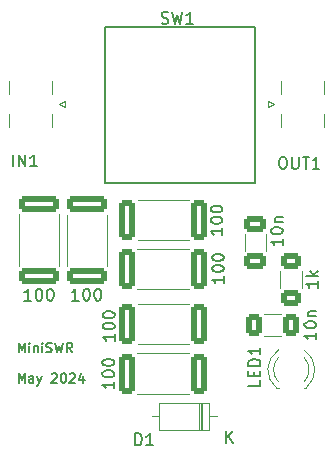
<source format=gbr>
%TF.GenerationSoftware,KiCad,Pcbnew,8.99.0-unknown-8e286d44fc~178~ubuntu22.04.1*%
%TF.CreationDate,2024-05-21T21:22:49+05:30*%
%TF.ProjectId,MiniSWR-Interface,4d696e69-5357-4522-9d49-6e7465726661,rev?*%
%TF.SameCoordinates,Original*%
%TF.FileFunction,Legend,Top*%
%TF.FilePolarity,Positive*%
%FSLAX46Y46*%
G04 Gerber Fmt 4.6, Leading zero omitted, Abs format (unit mm)*
G04 Created by KiCad (PCBNEW 8.99.0-unknown-8e286d44fc~178~ubuntu22.04.1) date 2024-05-21 21:22:49*
%MOMM*%
%LPD*%
G01*
G04 APERTURE LIST*
G04 Aperture macros list*
%AMRoundRect*
0 Rectangle with rounded corners*
0 $1 Rounding radius*
0 $2 $3 $4 $5 $6 $7 $8 $9 X,Y pos of 4 corners*
0 Add a 4 corners polygon primitive as box body*
4,1,4,$2,$3,$4,$5,$6,$7,$8,$9,$2,$3,0*
0 Add four circle primitives for the rounded corners*
1,1,$1+$1,$2,$3*
1,1,$1+$1,$4,$5*
1,1,$1+$1,$6,$7*
1,1,$1+$1,$8,$9*
0 Add four rect primitives between the rounded corners*
20,1,$1+$1,$2,$3,$4,$5,0*
20,1,$1+$1,$4,$5,$6,$7,0*
20,1,$1+$1,$6,$7,$8,$9,0*
20,1,$1+$1,$8,$9,$2,$3,0*%
G04 Aperture macros list end*
%ADD10C,0.200000*%
%ADD11C,0.150000*%
%ADD12C,0.120000*%
%ADD13C,0.127000*%
%ADD14RoundRect,0.250000X-0.650000X0.412500X-0.650000X-0.412500X0.650000X-0.412500X0.650000X0.412500X0*%
%ADD15C,0.700000*%
%ADD16C,4.400000*%
%ADD17R,1.600000X1.600000*%
%ADD18O,1.600000X1.600000*%
%ADD19C,3.000000*%
%ADD20RoundRect,0.249999X-0.450001X-1.425001X0.450001X-1.425001X0.450001X1.425001X-0.450001X1.425001X0*%
%ADD21RoundRect,0.249999X0.450001X1.425001X-0.450001X1.425001X-0.450001X-1.425001X0.450001X-1.425001X0*%
%ADD22RoundRect,0.249999X1.425001X-0.450001X1.425001X0.450001X-1.425001X0.450001X-1.425001X-0.450001X0*%
%ADD23R,3.600000X1.270000*%
%ADD24R,4.200000X1.350000*%
%ADD25RoundRect,0.250000X0.412500X0.650000X-0.412500X0.650000X-0.412500X-0.650000X0.412500X-0.650000X0*%
%ADD26R,1.800000X1.800000*%
%ADD27C,1.800000*%
%ADD28RoundRect,0.250000X0.625000X-0.400000X0.625000X0.400000X-0.625000X0.400000X-0.625000X-0.400000X0*%
G04 APERTURE END LIST*
D10*
X119292054Y-95645785D02*
X119292054Y-94845785D01*
X119292054Y-94845785D02*
X119558720Y-95417213D01*
X119558720Y-95417213D02*
X119825387Y-94845785D01*
X119825387Y-94845785D02*
X119825387Y-95645785D01*
X120206340Y-95645785D02*
X120206340Y-95112451D01*
X120206340Y-94845785D02*
X120168244Y-94883880D01*
X120168244Y-94883880D02*
X120206340Y-94921975D01*
X120206340Y-94921975D02*
X120244435Y-94883880D01*
X120244435Y-94883880D02*
X120206340Y-94845785D01*
X120206340Y-94845785D02*
X120206340Y-94921975D01*
X120587292Y-95112451D02*
X120587292Y-95645785D01*
X120587292Y-95188642D02*
X120625387Y-95150547D01*
X120625387Y-95150547D02*
X120701577Y-95112451D01*
X120701577Y-95112451D02*
X120815863Y-95112451D01*
X120815863Y-95112451D02*
X120892054Y-95150547D01*
X120892054Y-95150547D02*
X120930149Y-95226737D01*
X120930149Y-95226737D02*
X120930149Y-95645785D01*
X121311102Y-95645785D02*
X121311102Y-95112451D01*
X121311102Y-94845785D02*
X121273006Y-94883880D01*
X121273006Y-94883880D02*
X121311102Y-94921975D01*
X121311102Y-94921975D02*
X121349197Y-94883880D01*
X121349197Y-94883880D02*
X121311102Y-94845785D01*
X121311102Y-94845785D02*
X121311102Y-94921975D01*
X121653958Y-95607690D02*
X121768244Y-95645785D01*
X121768244Y-95645785D02*
X121958720Y-95645785D01*
X121958720Y-95645785D02*
X122034911Y-95607690D01*
X122034911Y-95607690D02*
X122073006Y-95569594D01*
X122073006Y-95569594D02*
X122111101Y-95493404D01*
X122111101Y-95493404D02*
X122111101Y-95417213D01*
X122111101Y-95417213D02*
X122073006Y-95341023D01*
X122073006Y-95341023D02*
X122034911Y-95302928D01*
X122034911Y-95302928D02*
X121958720Y-95264832D01*
X121958720Y-95264832D02*
X121806339Y-95226737D01*
X121806339Y-95226737D02*
X121730149Y-95188642D01*
X121730149Y-95188642D02*
X121692054Y-95150547D01*
X121692054Y-95150547D02*
X121653958Y-95074356D01*
X121653958Y-95074356D02*
X121653958Y-94998166D01*
X121653958Y-94998166D02*
X121692054Y-94921975D01*
X121692054Y-94921975D02*
X121730149Y-94883880D01*
X121730149Y-94883880D02*
X121806339Y-94845785D01*
X121806339Y-94845785D02*
X121996816Y-94845785D01*
X121996816Y-94845785D02*
X122111101Y-94883880D01*
X122377768Y-94845785D02*
X122568244Y-95645785D01*
X122568244Y-95645785D02*
X122720625Y-95074356D01*
X122720625Y-95074356D02*
X122873006Y-95645785D01*
X122873006Y-95645785D02*
X123063483Y-94845785D01*
X123825388Y-95645785D02*
X123558721Y-95264832D01*
X123368245Y-95645785D02*
X123368245Y-94845785D01*
X123368245Y-94845785D02*
X123673007Y-94845785D01*
X123673007Y-94845785D02*
X123749197Y-94883880D01*
X123749197Y-94883880D02*
X123787292Y-94921975D01*
X123787292Y-94921975D02*
X123825388Y-94998166D01*
X123825388Y-94998166D02*
X123825388Y-95112451D01*
X123825388Y-95112451D02*
X123787292Y-95188642D01*
X123787292Y-95188642D02*
X123749197Y-95226737D01*
X123749197Y-95226737D02*
X123673007Y-95264832D01*
X123673007Y-95264832D02*
X123368245Y-95264832D01*
X119292054Y-98221695D02*
X119292054Y-97421695D01*
X119292054Y-97421695D02*
X119558720Y-97993123D01*
X119558720Y-97993123D02*
X119825387Y-97421695D01*
X119825387Y-97421695D02*
X119825387Y-98221695D01*
X120549197Y-98221695D02*
X120549197Y-97802647D01*
X120549197Y-97802647D02*
X120511102Y-97726457D01*
X120511102Y-97726457D02*
X120434911Y-97688361D01*
X120434911Y-97688361D02*
X120282530Y-97688361D01*
X120282530Y-97688361D02*
X120206340Y-97726457D01*
X120549197Y-98183600D02*
X120473006Y-98221695D01*
X120473006Y-98221695D02*
X120282530Y-98221695D01*
X120282530Y-98221695D02*
X120206340Y-98183600D01*
X120206340Y-98183600D02*
X120168244Y-98107409D01*
X120168244Y-98107409D02*
X120168244Y-98031219D01*
X120168244Y-98031219D02*
X120206340Y-97955028D01*
X120206340Y-97955028D02*
X120282530Y-97916933D01*
X120282530Y-97916933D02*
X120473006Y-97916933D01*
X120473006Y-97916933D02*
X120549197Y-97878838D01*
X120853959Y-97688361D02*
X121044435Y-98221695D01*
X121234912Y-97688361D02*
X121044435Y-98221695D01*
X121044435Y-98221695D02*
X120968245Y-98412171D01*
X120968245Y-98412171D02*
X120930150Y-98450266D01*
X120930150Y-98450266D02*
X120853959Y-98488361D01*
X122111102Y-97497885D02*
X122149198Y-97459790D01*
X122149198Y-97459790D02*
X122225388Y-97421695D01*
X122225388Y-97421695D02*
X122415864Y-97421695D01*
X122415864Y-97421695D02*
X122492055Y-97459790D01*
X122492055Y-97459790D02*
X122530150Y-97497885D01*
X122530150Y-97497885D02*
X122568245Y-97574076D01*
X122568245Y-97574076D02*
X122568245Y-97650266D01*
X122568245Y-97650266D02*
X122530150Y-97764552D01*
X122530150Y-97764552D02*
X122073007Y-98221695D01*
X122073007Y-98221695D02*
X122568245Y-98221695D01*
X123063484Y-97421695D02*
X123139674Y-97421695D01*
X123139674Y-97421695D02*
X123215865Y-97459790D01*
X123215865Y-97459790D02*
X123253960Y-97497885D01*
X123253960Y-97497885D02*
X123292055Y-97574076D01*
X123292055Y-97574076D02*
X123330150Y-97726457D01*
X123330150Y-97726457D02*
X123330150Y-97916933D01*
X123330150Y-97916933D02*
X123292055Y-98069314D01*
X123292055Y-98069314D02*
X123253960Y-98145504D01*
X123253960Y-98145504D02*
X123215865Y-98183600D01*
X123215865Y-98183600D02*
X123139674Y-98221695D01*
X123139674Y-98221695D02*
X123063484Y-98221695D01*
X123063484Y-98221695D02*
X122987293Y-98183600D01*
X122987293Y-98183600D02*
X122949198Y-98145504D01*
X122949198Y-98145504D02*
X122911103Y-98069314D01*
X122911103Y-98069314D02*
X122873007Y-97916933D01*
X122873007Y-97916933D02*
X122873007Y-97726457D01*
X122873007Y-97726457D02*
X122911103Y-97574076D01*
X122911103Y-97574076D02*
X122949198Y-97497885D01*
X122949198Y-97497885D02*
X122987293Y-97459790D01*
X122987293Y-97459790D02*
X123063484Y-97421695D01*
X123634912Y-97497885D02*
X123673008Y-97459790D01*
X123673008Y-97459790D02*
X123749198Y-97421695D01*
X123749198Y-97421695D02*
X123939674Y-97421695D01*
X123939674Y-97421695D02*
X124015865Y-97459790D01*
X124015865Y-97459790D02*
X124053960Y-97497885D01*
X124053960Y-97497885D02*
X124092055Y-97574076D01*
X124092055Y-97574076D02*
X124092055Y-97650266D01*
X124092055Y-97650266D02*
X124053960Y-97764552D01*
X124053960Y-97764552D02*
X123596817Y-98221695D01*
X123596817Y-98221695D02*
X124092055Y-98221695D01*
X124777770Y-97688361D02*
X124777770Y-98221695D01*
X124587294Y-97383600D02*
X124396817Y-97955028D01*
X124396817Y-97955028D02*
X124892056Y-97955028D01*
D11*
X141654819Y-86022857D02*
X141654819Y-86594285D01*
X141654819Y-86308571D02*
X140654819Y-86308571D01*
X140654819Y-86308571D02*
X140797676Y-86403809D01*
X140797676Y-86403809D02*
X140892914Y-86499047D01*
X140892914Y-86499047D02*
X140940533Y-86594285D01*
X140654819Y-85403809D02*
X140654819Y-85308571D01*
X140654819Y-85308571D02*
X140702438Y-85213333D01*
X140702438Y-85213333D02*
X140750057Y-85165714D01*
X140750057Y-85165714D02*
X140845295Y-85118095D01*
X140845295Y-85118095D02*
X141035771Y-85070476D01*
X141035771Y-85070476D02*
X141273866Y-85070476D01*
X141273866Y-85070476D02*
X141464342Y-85118095D01*
X141464342Y-85118095D02*
X141559580Y-85165714D01*
X141559580Y-85165714D02*
X141607200Y-85213333D01*
X141607200Y-85213333D02*
X141654819Y-85308571D01*
X141654819Y-85308571D02*
X141654819Y-85403809D01*
X141654819Y-85403809D02*
X141607200Y-85499047D01*
X141607200Y-85499047D02*
X141559580Y-85546666D01*
X141559580Y-85546666D02*
X141464342Y-85594285D01*
X141464342Y-85594285D02*
X141273866Y-85641904D01*
X141273866Y-85641904D02*
X141035771Y-85641904D01*
X141035771Y-85641904D02*
X140845295Y-85594285D01*
X140845295Y-85594285D02*
X140750057Y-85546666D01*
X140750057Y-85546666D02*
X140702438Y-85499047D01*
X140702438Y-85499047D02*
X140654819Y-85403809D01*
X140988152Y-84641904D02*
X141654819Y-84641904D01*
X141083390Y-84641904D02*
X141035771Y-84594285D01*
X141035771Y-84594285D02*
X140988152Y-84499047D01*
X140988152Y-84499047D02*
X140988152Y-84356190D01*
X140988152Y-84356190D02*
X141035771Y-84260952D01*
X141035771Y-84260952D02*
X141131009Y-84213333D01*
X141131009Y-84213333D02*
X141654819Y-84213333D01*
X129155889Y-103514819D02*
X129155889Y-102514819D01*
X129155889Y-102514819D02*
X129393984Y-102514819D01*
X129393984Y-102514819D02*
X129536841Y-102562438D01*
X129536841Y-102562438D02*
X129632079Y-102657676D01*
X129632079Y-102657676D02*
X129679698Y-102752914D01*
X129679698Y-102752914D02*
X129727317Y-102943390D01*
X129727317Y-102943390D02*
X129727317Y-103086247D01*
X129727317Y-103086247D02*
X129679698Y-103276723D01*
X129679698Y-103276723D02*
X129632079Y-103371961D01*
X129632079Y-103371961D02*
X129536841Y-103467200D01*
X129536841Y-103467200D02*
X129393984Y-103514819D01*
X129393984Y-103514819D02*
X129155889Y-103514819D01*
X130679698Y-103514819D02*
X130108270Y-103514819D01*
X130393984Y-103514819D02*
X130393984Y-102514819D01*
X130393984Y-102514819D02*
X130298746Y-102657676D01*
X130298746Y-102657676D02*
X130203508Y-102752914D01*
X130203508Y-102752914D02*
X130108270Y-102800533D01*
X136872079Y-103324819D02*
X136872079Y-102324819D01*
X137443507Y-103324819D02*
X137014936Y-102753390D01*
X137443507Y-102324819D02*
X136872079Y-102896247D01*
X131396667Y-67777200D02*
X131539524Y-67824819D01*
X131539524Y-67824819D02*
X131777619Y-67824819D01*
X131777619Y-67824819D02*
X131872857Y-67777200D01*
X131872857Y-67777200D02*
X131920476Y-67729580D01*
X131920476Y-67729580D02*
X131968095Y-67634342D01*
X131968095Y-67634342D02*
X131968095Y-67539104D01*
X131968095Y-67539104D02*
X131920476Y-67443866D01*
X131920476Y-67443866D02*
X131872857Y-67396247D01*
X131872857Y-67396247D02*
X131777619Y-67348628D01*
X131777619Y-67348628D02*
X131587143Y-67301009D01*
X131587143Y-67301009D02*
X131491905Y-67253390D01*
X131491905Y-67253390D02*
X131444286Y-67205771D01*
X131444286Y-67205771D02*
X131396667Y-67110533D01*
X131396667Y-67110533D02*
X131396667Y-67015295D01*
X131396667Y-67015295D02*
X131444286Y-66920057D01*
X131444286Y-66920057D02*
X131491905Y-66872438D01*
X131491905Y-66872438D02*
X131587143Y-66824819D01*
X131587143Y-66824819D02*
X131825238Y-66824819D01*
X131825238Y-66824819D02*
X131968095Y-66872438D01*
X132301429Y-66824819D02*
X132539524Y-67824819D01*
X132539524Y-67824819D02*
X132730000Y-67110533D01*
X132730000Y-67110533D02*
X132920476Y-67824819D01*
X132920476Y-67824819D02*
X133158572Y-66824819D01*
X134063333Y-67824819D02*
X133491905Y-67824819D01*
X133777619Y-67824819D02*
X133777619Y-66824819D01*
X133777619Y-66824819D02*
X133682381Y-66967676D01*
X133682381Y-66967676D02*
X133587143Y-67062914D01*
X133587143Y-67062914D02*
X133491905Y-67110533D01*
X136664819Y-89226666D02*
X136664819Y-89798094D01*
X136664819Y-89512380D02*
X135664819Y-89512380D01*
X135664819Y-89512380D02*
X135807676Y-89607618D01*
X135807676Y-89607618D02*
X135902914Y-89702856D01*
X135902914Y-89702856D02*
X135950533Y-89798094D01*
X135664819Y-88607618D02*
X135664819Y-88512380D01*
X135664819Y-88512380D02*
X135712438Y-88417142D01*
X135712438Y-88417142D02*
X135760057Y-88369523D01*
X135760057Y-88369523D02*
X135855295Y-88321904D01*
X135855295Y-88321904D02*
X136045771Y-88274285D01*
X136045771Y-88274285D02*
X136283866Y-88274285D01*
X136283866Y-88274285D02*
X136474342Y-88321904D01*
X136474342Y-88321904D02*
X136569580Y-88369523D01*
X136569580Y-88369523D02*
X136617200Y-88417142D01*
X136617200Y-88417142D02*
X136664819Y-88512380D01*
X136664819Y-88512380D02*
X136664819Y-88607618D01*
X136664819Y-88607618D02*
X136617200Y-88702856D01*
X136617200Y-88702856D02*
X136569580Y-88750475D01*
X136569580Y-88750475D02*
X136474342Y-88798094D01*
X136474342Y-88798094D02*
X136283866Y-88845713D01*
X136283866Y-88845713D02*
X136045771Y-88845713D01*
X136045771Y-88845713D02*
X135855295Y-88798094D01*
X135855295Y-88798094D02*
X135760057Y-88750475D01*
X135760057Y-88750475D02*
X135712438Y-88702856D01*
X135712438Y-88702856D02*
X135664819Y-88607618D01*
X135664819Y-87655237D02*
X135664819Y-87559999D01*
X135664819Y-87559999D02*
X135712438Y-87464761D01*
X135712438Y-87464761D02*
X135760057Y-87417142D01*
X135760057Y-87417142D02*
X135855295Y-87369523D01*
X135855295Y-87369523D02*
X136045771Y-87321904D01*
X136045771Y-87321904D02*
X136283866Y-87321904D01*
X136283866Y-87321904D02*
X136474342Y-87369523D01*
X136474342Y-87369523D02*
X136569580Y-87417142D01*
X136569580Y-87417142D02*
X136617200Y-87464761D01*
X136617200Y-87464761D02*
X136664819Y-87559999D01*
X136664819Y-87559999D02*
X136664819Y-87655237D01*
X136664819Y-87655237D02*
X136617200Y-87750475D01*
X136617200Y-87750475D02*
X136569580Y-87798094D01*
X136569580Y-87798094D02*
X136474342Y-87845713D01*
X136474342Y-87845713D02*
X136283866Y-87893332D01*
X136283866Y-87893332D02*
X136045771Y-87893332D01*
X136045771Y-87893332D02*
X135855295Y-87845713D01*
X135855295Y-87845713D02*
X135760057Y-87798094D01*
X135760057Y-87798094D02*
X135712438Y-87750475D01*
X135712438Y-87750475D02*
X135664819Y-87655237D01*
X136554819Y-85126666D02*
X136554819Y-85698094D01*
X136554819Y-85412380D02*
X135554819Y-85412380D01*
X135554819Y-85412380D02*
X135697676Y-85507618D01*
X135697676Y-85507618D02*
X135792914Y-85602856D01*
X135792914Y-85602856D02*
X135840533Y-85698094D01*
X135554819Y-84507618D02*
X135554819Y-84412380D01*
X135554819Y-84412380D02*
X135602438Y-84317142D01*
X135602438Y-84317142D02*
X135650057Y-84269523D01*
X135650057Y-84269523D02*
X135745295Y-84221904D01*
X135745295Y-84221904D02*
X135935771Y-84174285D01*
X135935771Y-84174285D02*
X136173866Y-84174285D01*
X136173866Y-84174285D02*
X136364342Y-84221904D01*
X136364342Y-84221904D02*
X136459580Y-84269523D01*
X136459580Y-84269523D02*
X136507200Y-84317142D01*
X136507200Y-84317142D02*
X136554819Y-84412380D01*
X136554819Y-84412380D02*
X136554819Y-84507618D01*
X136554819Y-84507618D02*
X136507200Y-84602856D01*
X136507200Y-84602856D02*
X136459580Y-84650475D01*
X136459580Y-84650475D02*
X136364342Y-84698094D01*
X136364342Y-84698094D02*
X136173866Y-84745713D01*
X136173866Y-84745713D02*
X135935771Y-84745713D01*
X135935771Y-84745713D02*
X135745295Y-84698094D01*
X135745295Y-84698094D02*
X135650057Y-84650475D01*
X135650057Y-84650475D02*
X135602438Y-84602856D01*
X135602438Y-84602856D02*
X135554819Y-84507618D01*
X135554819Y-83555237D02*
X135554819Y-83459999D01*
X135554819Y-83459999D02*
X135602438Y-83364761D01*
X135602438Y-83364761D02*
X135650057Y-83317142D01*
X135650057Y-83317142D02*
X135745295Y-83269523D01*
X135745295Y-83269523D02*
X135935771Y-83221904D01*
X135935771Y-83221904D02*
X136173866Y-83221904D01*
X136173866Y-83221904D02*
X136364342Y-83269523D01*
X136364342Y-83269523D02*
X136459580Y-83317142D01*
X136459580Y-83317142D02*
X136507200Y-83364761D01*
X136507200Y-83364761D02*
X136554819Y-83459999D01*
X136554819Y-83459999D02*
X136554819Y-83555237D01*
X136554819Y-83555237D02*
X136507200Y-83650475D01*
X136507200Y-83650475D02*
X136459580Y-83698094D01*
X136459580Y-83698094D02*
X136364342Y-83745713D01*
X136364342Y-83745713D02*
X136173866Y-83793332D01*
X136173866Y-83793332D02*
X135935771Y-83793332D01*
X135935771Y-83793332D02*
X135745295Y-83745713D01*
X135745295Y-83745713D02*
X135650057Y-83698094D01*
X135650057Y-83698094D02*
X135602438Y-83650475D01*
X135602438Y-83650475D02*
X135554819Y-83555237D01*
X127384819Y-98136666D02*
X127384819Y-98708094D01*
X127384819Y-98422380D02*
X126384819Y-98422380D01*
X126384819Y-98422380D02*
X126527676Y-98517618D01*
X126527676Y-98517618D02*
X126622914Y-98612856D01*
X126622914Y-98612856D02*
X126670533Y-98708094D01*
X126384819Y-97517618D02*
X126384819Y-97422380D01*
X126384819Y-97422380D02*
X126432438Y-97327142D01*
X126432438Y-97327142D02*
X126480057Y-97279523D01*
X126480057Y-97279523D02*
X126575295Y-97231904D01*
X126575295Y-97231904D02*
X126765771Y-97184285D01*
X126765771Y-97184285D02*
X127003866Y-97184285D01*
X127003866Y-97184285D02*
X127194342Y-97231904D01*
X127194342Y-97231904D02*
X127289580Y-97279523D01*
X127289580Y-97279523D02*
X127337200Y-97327142D01*
X127337200Y-97327142D02*
X127384819Y-97422380D01*
X127384819Y-97422380D02*
X127384819Y-97517618D01*
X127384819Y-97517618D02*
X127337200Y-97612856D01*
X127337200Y-97612856D02*
X127289580Y-97660475D01*
X127289580Y-97660475D02*
X127194342Y-97708094D01*
X127194342Y-97708094D02*
X127003866Y-97755713D01*
X127003866Y-97755713D02*
X126765771Y-97755713D01*
X126765771Y-97755713D02*
X126575295Y-97708094D01*
X126575295Y-97708094D02*
X126480057Y-97660475D01*
X126480057Y-97660475D02*
X126432438Y-97612856D01*
X126432438Y-97612856D02*
X126384819Y-97517618D01*
X126384819Y-96565237D02*
X126384819Y-96469999D01*
X126384819Y-96469999D02*
X126432438Y-96374761D01*
X126432438Y-96374761D02*
X126480057Y-96327142D01*
X126480057Y-96327142D02*
X126575295Y-96279523D01*
X126575295Y-96279523D02*
X126765771Y-96231904D01*
X126765771Y-96231904D02*
X127003866Y-96231904D01*
X127003866Y-96231904D02*
X127194342Y-96279523D01*
X127194342Y-96279523D02*
X127289580Y-96327142D01*
X127289580Y-96327142D02*
X127337200Y-96374761D01*
X127337200Y-96374761D02*
X127384819Y-96469999D01*
X127384819Y-96469999D02*
X127384819Y-96565237D01*
X127384819Y-96565237D02*
X127337200Y-96660475D01*
X127337200Y-96660475D02*
X127289580Y-96708094D01*
X127289580Y-96708094D02*
X127194342Y-96755713D01*
X127194342Y-96755713D02*
X127003866Y-96803332D01*
X127003866Y-96803332D02*
X126765771Y-96803332D01*
X126765771Y-96803332D02*
X126575295Y-96755713D01*
X126575295Y-96755713D02*
X126480057Y-96708094D01*
X126480057Y-96708094D02*
X126432438Y-96660475D01*
X126432438Y-96660475D02*
X126384819Y-96565237D01*
X124383333Y-91264819D02*
X123811905Y-91264819D01*
X124097619Y-91264819D02*
X124097619Y-90264819D01*
X124097619Y-90264819D02*
X124002381Y-90407676D01*
X124002381Y-90407676D02*
X123907143Y-90502914D01*
X123907143Y-90502914D02*
X123811905Y-90550533D01*
X125002381Y-90264819D02*
X125097619Y-90264819D01*
X125097619Y-90264819D02*
X125192857Y-90312438D01*
X125192857Y-90312438D02*
X125240476Y-90360057D01*
X125240476Y-90360057D02*
X125288095Y-90455295D01*
X125288095Y-90455295D02*
X125335714Y-90645771D01*
X125335714Y-90645771D02*
X125335714Y-90883866D01*
X125335714Y-90883866D02*
X125288095Y-91074342D01*
X125288095Y-91074342D02*
X125240476Y-91169580D01*
X125240476Y-91169580D02*
X125192857Y-91217200D01*
X125192857Y-91217200D02*
X125097619Y-91264819D01*
X125097619Y-91264819D02*
X125002381Y-91264819D01*
X125002381Y-91264819D02*
X124907143Y-91217200D01*
X124907143Y-91217200D02*
X124859524Y-91169580D01*
X124859524Y-91169580D02*
X124811905Y-91074342D01*
X124811905Y-91074342D02*
X124764286Y-90883866D01*
X124764286Y-90883866D02*
X124764286Y-90645771D01*
X124764286Y-90645771D02*
X124811905Y-90455295D01*
X124811905Y-90455295D02*
X124859524Y-90360057D01*
X124859524Y-90360057D02*
X124907143Y-90312438D01*
X124907143Y-90312438D02*
X125002381Y-90264819D01*
X125954762Y-90264819D02*
X126050000Y-90264819D01*
X126050000Y-90264819D02*
X126145238Y-90312438D01*
X126145238Y-90312438D02*
X126192857Y-90360057D01*
X126192857Y-90360057D02*
X126240476Y-90455295D01*
X126240476Y-90455295D02*
X126288095Y-90645771D01*
X126288095Y-90645771D02*
X126288095Y-90883866D01*
X126288095Y-90883866D02*
X126240476Y-91074342D01*
X126240476Y-91074342D02*
X126192857Y-91169580D01*
X126192857Y-91169580D02*
X126145238Y-91217200D01*
X126145238Y-91217200D02*
X126050000Y-91264819D01*
X126050000Y-91264819D02*
X125954762Y-91264819D01*
X125954762Y-91264819D02*
X125859524Y-91217200D01*
X125859524Y-91217200D02*
X125811905Y-91169580D01*
X125811905Y-91169580D02*
X125764286Y-91074342D01*
X125764286Y-91074342D02*
X125716667Y-90883866D01*
X125716667Y-90883866D02*
X125716667Y-90645771D01*
X125716667Y-90645771D02*
X125764286Y-90455295D01*
X125764286Y-90455295D02*
X125811905Y-90360057D01*
X125811905Y-90360057D02*
X125859524Y-90312438D01*
X125859524Y-90312438D02*
X125954762Y-90264819D01*
X141573809Y-79104819D02*
X141764285Y-79104819D01*
X141764285Y-79104819D02*
X141859523Y-79152438D01*
X141859523Y-79152438D02*
X141954761Y-79247676D01*
X141954761Y-79247676D02*
X142002380Y-79438152D01*
X142002380Y-79438152D02*
X142002380Y-79771485D01*
X142002380Y-79771485D02*
X141954761Y-79961961D01*
X141954761Y-79961961D02*
X141859523Y-80057200D01*
X141859523Y-80057200D02*
X141764285Y-80104819D01*
X141764285Y-80104819D02*
X141573809Y-80104819D01*
X141573809Y-80104819D02*
X141478571Y-80057200D01*
X141478571Y-80057200D02*
X141383333Y-79961961D01*
X141383333Y-79961961D02*
X141335714Y-79771485D01*
X141335714Y-79771485D02*
X141335714Y-79438152D01*
X141335714Y-79438152D02*
X141383333Y-79247676D01*
X141383333Y-79247676D02*
X141478571Y-79152438D01*
X141478571Y-79152438D02*
X141573809Y-79104819D01*
X142430952Y-79104819D02*
X142430952Y-79914342D01*
X142430952Y-79914342D02*
X142478571Y-80009580D01*
X142478571Y-80009580D02*
X142526190Y-80057200D01*
X142526190Y-80057200D02*
X142621428Y-80104819D01*
X142621428Y-80104819D02*
X142811904Y-80104819D01*
X142811904Y-80104819D02*
X142907142Y-80057200D01*
X142907142Y-80057200D02*
X142954761Y-80009580D01*
X142954761Y-80009580D02*
X143002380Y-79914342D01*
X143002380Y-79914342D02*
X143002380Y-79104819D01*
X143335714Y-79104819D02*
X143907142Y-79104819D01*
X143621428Y-80104819D02*
X143621428Y-79104819D01*
X144764285Y-80104819D02*
X144192857Y-80104819D01*
X144478571Y-80104819D02*
X144478571Y-79104819D01*
X144478571Y-79104819D02*
X144383333Y-79247676D01*
X144383333Y-79247676D02*
X144288095Y-79342914D01*
X144288095Y-79342914D02*
X144192857Y-79390533D01*
X144494819Y-93982857D02*
X144494819Y-94554285D01*
X144494819Y-94268571D02*
X143494819Y-94268571D01*
X143494819Y-94268571D02*
X143637676Y-94363809D01*
X143637676Y-94363809D02*
X143732914Y-94459047D01*
X143732914Y-94459047D02*
X143780533Y-94554285D01*
X143494819Y-93363809D02*
X143494819Y-93268571D01*
X143494819Y-93268571D02*
X143542438Y-93173333D01*
X143542438Y-93173333D02*
X143590057Y-93125714D01*
X143590057Y-93125714D02*
X143685295Y-93078095D01*
X143685295Y-93078095D02*
X143875771Y-93030476D01*
X143875771Y-93030476D02*
X144113866Y-93030476D01*
X144113866Y-93030476D02*
X144304342Y-93078095D01*
X144304342Y-93078095D02*
X144399580Y-93125714D01*
X144399580Y-93125714D02*
X144447200Y-93173333D01*
X144447200Y-93173333D02*
X144494819Y-93268571D01*
X144494819Y-93268571D02*
X144494819Y-93363809D01*
X144494819Y-93363809D02*
X144447200Y-93459047D01*
X144447200Y-93459047D02*
X144399580Y-93506666D01*
X144399580Y-93506666D02*
X144304342Y-93554285D01*
X144304342Y-93554285D02*
X144113866Y-93601904D01*
X144113866Y-93601904D02*
X143875771Y-93601904D01*
X143875771Y-93601904D02*
X143685295Y-93554285D01*
X143685295Y-93554285D02*
X143590057Y-93506666D01*
X143590057Y-93506666D02*
X143542438Y-93459047D01*
X143542438Y-93459047D02*
X143494819Y-93363809D01*
X143828152Y-92601904D02*
X144494819Y-92601904D01*
X143923390Y-92601904D02*
X143875771Y-92554285D01*
X143875771Y-92554285D02*
X143828152Y-92459047D01*
X143828152Y-92459047D02*
X143828152Y-92316190D01*
X143828152Y-92316190D02*
X143875771Y-92220952D01*
X143875771Y-92220952D02*
X143971009Y-92173333D01*
X143971009Y-92173333D02*
X144494819Y-92173333D01*
X139754819Y-98019047D02*
X139754819Y-98495237D01*
X139754819Y-98495237D02*
X138754819Y-98495237D01*
X139231009Y-97685713D02*
X139231009Y-97352380D01*
X139754819Y-97209523D02*
X139754819Y-97685713D01*
X139754819Y-97685713D02*
X138754819Y-97685713D01*
X138754819Y-97685713D02*
X138754819Y-97209523D01*
X139754819Y-96780951D02*
X138754819Y-96780951D01*
X138754819Y-96780951D02*
X138754819Y-96542856D01*
X138754819Y-96542856D02*
X138802438Y-96399999D01*
X138802438Y-96399999D02*
X138897676Y-96304761D01*
X138897676Y-96304761D02*
X138992914Y-96257142D01*
X138992914Y-96257142D02*
X139183390Y-96209523D01*
X139183390Y-96209523D02*
X139326247Y-96209523D01*
X139326247Y-96209523D02*
X139516723Y-96257142D01*
X139516723Y-96257142D02*
X139611961Y-96304761D01*
X139611961Y-96304761D02*
X139707200Y-96399999D01*
X139707200Y-96399999D02*
X139754819Y-96542856D01*
X139754819Y-96542856D02*
X139754819Y-96780951D01*
X139754819Y-95257142D02*
X139754819Y-95828570D01*
X139754819Y-95542856D02*
X138754819Y-95542856D01*
X138754819Y-95542856D02*
X138897676Y-95638094D01*
X138897676Y-95638094D02*
X138992914Y-95733332D01*
X138992914Y-95733332D02*
X139040533Y-95828570D01*
X127414819Y-94096666D02*
X127414819Y-94668094D01*
X127414819Y-94382380D02*
X126414819Y-94382380D01*
X126414819Y-94382380D02*
X126557676Y-94477618D01*
X126557676Y-94477618D02*
X126652914Y-94572856D01*
X126652914Y-94572856D02*
X126700533Y-94668094D01*
X126414819Y-93477618D02*
X126414819Y-93382380D01*
X126414819Y-93382380D02*
X126462438Y-93287142D01*
X126462438Y-93287142D02*
X126510057Y-93239523D01*
X126510057Y-93239523D02*
X126605295Y-93191904D01*
X126605295Y-93191904D02*
X126795771Y-93144285D01*
X126795771Y-93144285D02*
X127033866Y-93144285D01*
X127033866Y-93144285D02*
X127224342Y-93191904D01*
X127224342Y-93191904D02*
X127319580Y-93239523D01*
X127319580Y-93239523D02*
X127367200Y-93287142D01*
X127367200Y-93287142D02*
X127414819Y-93382380D01*
X127414819Y-93382380D02*
X127414819Y-93477618D01*
X127414819Y-93477618D02*
X127367200Y-93572856D01*
X127367200Y-93572856D02*
X127319580Y-93620475D01*
X127319580Y-93620475D02*
X127224342Y-93668094D01*
X127224342Y-93668094D02*
X127033866Y-93715713D01*
X127033866Y-93715713D02*
X126795771Y-93715713D01*
X126795771Y-93715713D02*
X126605295Y-93668094D01*
X126605295Y-93668094D02*
X126510057Y-93620475D01*
X126510057Y-93620475D02*
X126462438Y-93572856D01*
X126462438Y-93572856D02*
X126414819Y-93477618D01*
X126414819Y-92525237D02*
X126414819Y-92429999D01*
X126414819Y-92429999D02*
X126462438Y-92334761D01*
X126462438Y-92334761D02*
X126510057Y-92287142D01*
X126510057Y-92287142D02*
X126605295Y-92239523D01*
X126605295Y-92239523D02*
X126795771Y-92191904D01*
X126795771Y-92191904D02*
X127033866Y-92191904D01*
X127033866Y-92191904D02*
X127224342Y-92239523D01*
X127224342Y-92239523D02*
X127319580Y-92287142D01*
X127319580Y-92287142D02*
X127367200Y-92334761D01*
X127367200Y-92334761D02*
X127414819Y-92429999D01*
X127414819Y-92429999D02*
X127414819Y-92525237D01*
X127414819Y-92525237D02*
X127367200Y-92620475D01*
X127367200Y-92620475D02*
X127319580Y-92668094D01*
X127319580Y-92668094D02*
X127224342Y-92715713D01*
X127224342Y-92715713D02*
X127033866Y-92763332D01*
X127033866Y-92763332D02*
X126795771Y-92763332D01*
X126795771Y-92763332D02*
X126605295Y-92715713D01*
X126605295Y-92715713D02*
X126510057Y-92668094D01*
X126510057Y-92668094D02*
X126462438Y-92620475D01*
X126462438Y-92620475D02*
X126414819Y-92525237D01*
X144624819Y-89599047D02*
X144624819Y-90170475D01*
X144624819Y-89884761D02*
X143624819Y-89884761D01*
X143624819Y-89884761D02*
X143767676Y-89979999D01*
X143767676Y-89979999D02*
X143862914Y-90075237D01*
X143862914Y-90075237D02*
X143910533Y-90170475D01*
X144624819Y-89170475D02*
X143624819Y-89170475D01*
X144243866Y-89075237D02*
X144624819Y-88789523D01*
X143958152Y-88789523D02*
X144339104Y-89170475D01*
X118810000Y-79899819D02*
X118810000Y-78899819D01*
X119286190Y-79899819D02*
X119286190Y-78899819D01*
X119286190Y-78899819D02*
X119857618Y-79899819D01*
X119857618Y-79899819D02*
X119857618Y-78899819D01*
X120857618Y-79899819D02*
X120286190Y-79899819D01*
X120571904Y-79899819D02*
X120571904Y-78899819D01*
X120571904Y-78899819D02*
X120476666Y-79042676D01*
X120476666Y-79042676D02*
X120381428Y-79137914D01*
X120381428Y-79137914D02*
X120286190Y-79185533D01*
X120353333Y-91274819D02*
X119781905Y-91274819D01*
X120067619Y-91274819D02*
X120067619Y-90274819D01*
X120067619Y-90274819D02*
X119972381Y-90417676D01*
X119972381Y-90417676D02*
X119877143Y-90512914D01*
X119877143Y-90512914D02*
X119781905Y-90560533D01*
X120972381Y-90274819D02*
X121067619Y-90274819D01*
X121067619Y-90274819D02*
X121162857Y-90322438D01*
X121162857Y-90322438D02*
X121210476Y-90370057D01*
X121210476Y-90370057D02*
X121258095Y-90465295D01*
X121258095Y-90465295D02*
X121305714Y-90655771D01*
X121305714Y-90655771D02*
X121305714Y-90893866D01*
X121305714Y-90893866D02*
X121258095Y-91084342D01*
X121258095Y-91084342D02*
X121210476Y-91179580D01*
X121210476Y-91179580D02*
X121162857Y-91227200D01*
X121162857Y-91227200D02*
X121067619Y-91274819D01*
X121067619Y-91274819D02*
X120972381Y-91274819D01*
X120972381Y-91274819D02*
X120877143Y-91227200D01*
X120877143Y-91227200D02*
X120829524Y-91179580D01*
X120829524Y-91179580D02*
X120781905Y-91084342D01*
X120781905Y-91084342D02*
X120734286Y-90893866D01*
X120734286Y-90893866D02*
X120734286Y-90655771D01*
X120734286Y-90655771D02*
X120781905Y-90465295D01*
X120781905Y-90465295D02*
X120829524Y-90370057D01*
X120829524Y-90370057D02*
X120877143Y-90322438D01*
X120877143Y-90322438D02*
X120972381Y-90274819D01*
X121924762Y-90274819D02*
X122020000Y-90274819D01*
X122020000Y-90274819D02*
X122115238Y-90322438D01*
X122115238Y-90322438D02*
X122162857Y-90370057D01*
X122162857Y-90370057D02*
X122210476Y-90465295D01*
X122210476Y-90465295D02*
X122258095Y-90655771D01*
X122258095Y-90655771D02*
X122258095Y-90893866D01*
X122258095Y-90893866D02*
X122210476Y-91084342D01*
X122210476Y-91084342D02*
X122162857Y-91179580D01*
X122162857Y-91179580D02*
X122115238Y-91227200D01*
X122115238Y-91227200D02*
X122020000Y-91274819D01*
X122020000Y-91274819D02*
X121924762Y-91274819D01*
X121924762Y-91274819D02*
X121829524Y-91227200D01*
X121829524Y-91227200D02*
X121781905Y-91179580D01*
X121781905Y-91179580D02*
X121734286Y-91084342D01*
X121734286Y-91084342D02*
X121686667Y-90893866D01*
X121686667Y-90893866D02*
X121686667Y-90655771D01*
X121686667Y-90655771D02*
X121734286Y-90465295D01*
X121734286Y-90465295D02*
X121781905Y-90370057D01*
X121781905Y-90370057D02*
X121829524Y-90322438D01*
X121829524Y-90322438D02*
X121924762Y-90274819D01*
D12*
%TO.C,C1*%
X138420000Y-85648748D02*
X138420000Y-87071252D01*
X140240000Y-85648748D02*
X140240000Y-87071252D01*
%TO.C,D1*%
X130553984Y-101070000D02*
X131203984Y-101070000D01*
X131203984Y-99950000D02*
X131203984Y-102190000D01*
X131203984Y-102190000D02*
X135443984Y-102190000D01*
X134603984Y-102190000D02*
X134603984Y-99950000D01*
X134723984Y-102190000D02*
X134723984Y-99950000D01*
X134843984Y-102190000D02*
X134843984Y-99950000D01*
X135443984Y-99950000D02*
X131203984Y-99950000D01*
X135443984Y-102190000D02*
X135443984Y-99950000D01*
X136093984Y-101070000D02*
X135443984Y-101070000D01*
D13*
%TO.C,SW1*%
X126580000Y-68106000D02*
X139280000Y-68106000D01*
X126580000Y-81314000D02*
X126580000Y-68106000D01*
X139280000Y-68106000D02*
X139280000Y-81314000D01*
X139280000Y-81314000D02*
X126580000Y-81314000D01*
D12*
%TO.C,R6*%
X129352936Y-86860000D02*
X133707064Y-86860000D01*
X129352936Y-90280000D02*
X133707064Y-90280000D01*
%TO.C,R3*%
X129362936Y-82760000D02*
X133717064Y-82760000D01*
X129362936Y-86180000D02*
X133717064Y-86180000D01*
%TO.C,R7*%
X133687064Y-95740000D02*
X129332936Y-95740000D01*
X133687064Y-99160000D02*
X129332936Y-99160000D01*
%TO.C,R1*%
X123370000Y-88342064D02*
X123370000Y-83987936D01*
X126790000Y-88342064D02*
X126790000Y-83987936D01*
%TO.C,J2*%
X140427500Y-74380000D02*
X140427500Y-74880000D01*
X140427500Y-74880000D02*
X140927500Y-74630000D01*
X140927500Y-74630000D02*
X140427500Y-74380000D01*
X141477500Y-73790000D02*
X141477500Y-72680000D01*
X141477500Y-76580000D02*
X141477500Y-75470000D01*
X145187500Y-73790000D02*
X145187500Y-72680000D01*
X145187500Y-76580000D02*
X145187500Y-75470000D01*
%TO.C,C2*%
X141511252Y-92410000D02*
X140088748Y-92410000D01*
X141511252Y-94230000D02*
X140088748Y-94230000D01*
%TO.C,LED1*%
X141144000Y-98680000D02*
X141300000Y-98680000D01*
X143460000Y-98680000D02*
X143616000Y-98680000D01*
X141144484Y-98680000D02*
G75*
G02*
X141301392Y-95447665I1235516J1560000D01*
G01*
X141300000Y-98160961D02*
G75*
G02*
X141300163Y-96078870I1080000J1040961D01*
G01*
X143458608Y-95447665D02*
G75*
G02*
X143615516Y-98680000I-1078608J-1672335D01*
G01*
X143459837Y-96078870D02*
G75*
G02*
X143460000Y-98160961I-1079837J-1041130D01*
G01*
%TO.C,R2*%
X133727064Y-91520000D02*
X129372936Y-91520000D01*
X133727064Y-94940000D02*
X129372936Y-94940000D01*
%TO.C,R4*%
X141440000Y-90207064D02*
X141440000Y-88752936D01*
X143260000Y-90207064D02*
X143260000Y-88752936D01*
%TO.C,J1*%
X118450000Y-72700000D02*
X118450000Y-73810000D01*
X118450000Y-75490000D02*
X118450000Y-76600000D01*
X122160000Y-72700000D02*
X122160000Y-73810000D01*
X122160000Y-75490000D02*
X122160000Y-76600000D01*
X122710000Y-74650000D02*
X123210000Y-74900000D01*
X123210000Y-74400000D02*
X122710000Y-74650000D01*
X123210000Y-74900000D02*
X123210000Y-74400000D01*
%TO.C,R5*%
X119310000Y-88317064D02*
X119310000Y-83962936D01*
X122730000Y-88317064D02*
X122730000Y-83962936D01*
%TD*%
%LPC*%
D14*
%TO.C,C1*%
X139330000Y-84797500D03*
X139330000Y-87922500D03*
%TD*%
D15*
%TO.C,H4*%
X118986726Y-102213274D03*
X119470000Y-101046548D03*
X119470000Y-103380000D03*
X120636726Y-100563274D03*
D16*
X120636726Y-102213274D03*
D15*
X120636726Y-103863274D03*
X121803452Y-101046548D03*
X121803452Y-103380000D03*
X122286726Y-102213274D03*
%TD*%
D17*
%TO.C,D1*%
X137133984Y-101070000D03*
D18*
X129513984Y-101070000D03*
%TD*%
D19*
%TO.C,SW1*%
X130530000Y-70010000D03*
X130530000Y-74710000D03*
X130530000Y-79410000D03*
X135330000Y-70010000D03*
X135330000Y-74710000D03*
X135330000Y-79410000D03*
%TD*%
D20*
%TO.C,R6*%
X128480000Y-88570000D03*
X134580000Y-88570000D03*
%TD*%
%TO.C,R3*%
X128490000Y-84470000D03*
X134590000Y-84470000D03*
%TD*%
D21*
%TO.C,R7*%
X134560000Y-97450000D03*
X128460000Y-97450000D03*
%TD*%
D15*
%TO.C,H3*%
X141540000Y-102190000D03*
X142023274Y-101023274D03*
X142023274Y-103356726D03*
X143190000Y-100540000D03*
D16*
X143190000Y-102190000D03*
D15*
X143190000Y-103840000D03*
X144356726Y-101023274D03*
X144356726Y-103356726D03*
X144840000Y-102190000D03*
%TD*%
D22*
%TO.C,R1*%
X125080000Y-89215000D03*
X125080000Y-83115000D03*
%TD*%
D23*
%TO.C,J2*%
X143387500Y-74630000D03*
D24*
X143187500Y-77455000D03*
X143187500Y-71805000D03*
%TD*%
D25*
%TO.C,C2*%
X142362500Y-93320000D03*
X139237500Y-93320000D03*
%TD*%
D15*
%TO.C,H1*%
X118993274Y-67746726D03*
X119476548Y-66580000D03*
X119476548Y-68913452D03*
X120643274Y-66096726D03*
D16*
X120643274Y-67746726D03*
D15*
X120643274Y-69396726D03*
X121810000Y-66580000D03*
X121810000Y-68913452D03*
X122293274Y-67746726D03*
%TD*%
D26*
%TO.C,LED1*%
X142380000Y-98390000D03*
D27*
X142380000Y-95850000D03*
%TD*%
D21*
%TO.C,R2*%
X134600000Y-93230000D03*
X128500000Y-93230000D03*
%TD*%
D28*
%TO.C,R4*%
X142350000Y-91030000D03*
X142350000Y-87930000D03*
%TD*%
D23*
%TO.C,J1*%
X120250000Y-74650000D03*
D24*
X120450000Y-71825000D03*
X120450000Y-77475000D03*
%TD*%
D15*
%TO.C,H2*%
X141570000Y-67790000D03*
X142053274Y-66623274D03*
X142053274Y-68956726D03*
X143220000Y-66140000D03*
D16*
X143220000Y-67790000D03*
D15*
X143220000Y-69440000D03*
X144386726Y-66623274D03*
X144386726Y-68956726D03*
X144870000Y-67790000D03*
%TD*%
D22*
%TO.C,R5*%
X121020000Y-89190000D03*
X121020000Y-83090000D03*
%TD*%
%LPD*%
M02*

</source>
